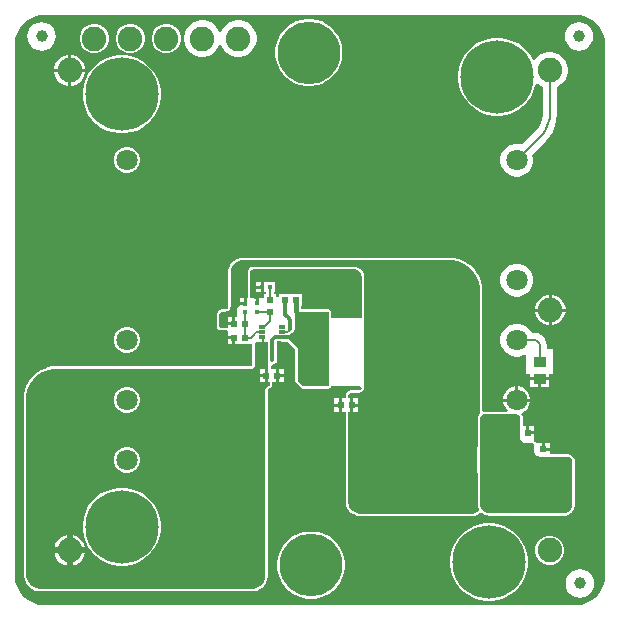
<source format=gbl>
G04*
G04 #@! TF.GenerationSoftware,Altium Limited,Altium Designer,21.6.4 (81)*
G04*
G04 Layer_Physical_Order=4*
G04 Layer_Color=16711680*
%FSLAX25Y25*%
%MOIN*%
G70*
G04*
G04 #@! TF.SameCoordinates,4529F259-1C2A-4C1D-AD44-B5440C422FEC*
G04*
G04*
G04 #@! TF.FilePolarity,Positive*
G04*
G01*
G75*
%ADD17C,0.03937*%
%ADD19C,0.08228*%
%ADD20C,0.20866*%
%ADD21C,0.06150*%
%ADD22C,0.06000*%
%ADD23C,0.07087*%
%ADD24C,0.02362*%
%ADD25C,0.00787*%
%ADD26C,0.00728*%
%ADD27C,0.01575*%
%ADD28C,0.01181*%
%ADD29R,0.04134X0.06890*%
%ADD30R,0.04134X0.03543*%
%ADD31R,0.02244X0.02441*%
%ADD32R,0.01654X0.01732*%
%ADD33C,0.24410*%
%ADD34R,0.09055X0.12992*%
%ADD35R,0.03150X0.05709*%
%ADD36R,0.02362X0.01181*%
%ADD37R,0.01181X0.06791*%
%ADD38R,0.05118X0.06496*%
%ADD39R,0.02362X0.02441*%
%ADD40R,0.01811X0.01654*%
%ADD41R,0.01654X0.01811*%
%ADD42R,0.02441X0.02362*%
%ADD43R,0.02441X0.02244*%
%ADD44C,0.01378*%
G36*
X170263Y178298D02*
X171555Y177952D01*
X172791Y177440D01*
X173950Y176771D01*
X175011Y175957D01*
X175957Y175011D01*
X176771Y173950D01*
X177440Y172791D01*
X177952Y171555D01*
X178298Y170263D01*
X178473Y168937D01*
X178473Y168268D01*
X178473Y-8110D01*
Y-8779D01*
X178298Y-10105D01*
X177952Y-11398D01*
X177440Y-12634D01*
X176771Y-13792D01*
X175957Y-14854D01*
X175011Y-15800D01*
X173950Y-16614D01*
X172791Y-17283D01*
X171555Y-17795D01*
X170263Y-18141D01*
X168937Y-18316D01*
X168268Y-18316D01*
X-8110Y-18316D01*
X-8779D01*
X-10106Y-18141D01*
X-11398Y-17795D01*
X-12634Y-17283D01*
X-13792Y-16614D01*
X-14853Y-15800D01*
X-15800Y-14853D01*
X-16614Y-13792D01*
X-17283Y-12634D01*
X-17795Y-11398D01*
X-18141Y-10106D01*
X-18316Y-8779D01*
X-18316Y-8110D01*
X-18316Y168268D01*
Y168937D01*
X-18141Y170263D01*
X-17795Y171555D01*
X-17283Y172791D01*
X-16614Y173950D01*
X-15800Y175011D01*
X-14854Y175957D01*
X-13792Y176771D01*
X-12634Y177440D01*
X-11398Y177952D01*
X-10106Y178298D01*
X-8779Y178473D01*
X-8181Y178473D01*
X-8181Y178473D01*
X168268Y178473D01*
X168937D01*
X170263Y178298D01*
D02*
G37*
%LPC*%
G36*
X56780Y176673D02*
X55582D01*
X54407Y176439D01*
X53300Y175981D01*
X52304Y175315D01*
X51456Y174468D01*
X50791Y173472D01*
X50452Y172653D01*
X49911D01*
X49571Y173472D01*
X48906Y174468D01*
X48059Y175315D01*
X47062Y175981D01*
X45955Y176439D01*
X44780Y176673D01*
X43582D01*
X42407Y176439D01*
X41300Y175981D01*
X40304Y175315D01*
X39456Y174468D01*
X38791Y173472D01*
X38332Y172365D01*
X38098Y171190D01*
Y169992D01*
X38332Y168816D01*
X38791Y167709D01*
X39456Y166713D01*
X40304Y165866D01*
X41300Y165200D01*
X42407Y164742D01*
X43582Y164508D01*
X44780D01*
X45955Y164742D01*
X47062Y165200D01*
X48059Y165866D01*
X48906Y166713D01*
X49571Y167709D01*
X49911Y168528D01*
X50452D01*
X50791Y167709D01*
X51456Y166713D01*
X52304Y165866D01*
X53300Y165200D01*
X54407Y164742D01*
X55582Y164508D01*
X56780D01*
X57955Y164742D01*
X59062Y165200D01*
X60059Y165866D01*
X60906Y166713D01*
X61572Y167709D01*
X62030Y168816D01*
X62264Y169992D01*
Y171190D01*
X62030Y172365D01*
X61572Y173472D01*
X60906Y174468D01*
X60059Y175315D01*
X59062Y175981D01*
X57955Y176439D01*
X56780Y176673D01*
D02*
G37*
G36*
X169744Y176084D02*
X168511Y175922D01*
X167361Y175446D01*
X166375Y174688D01*
X165617Y173702D01*
X165141Y172552D01*
X164979Y171319D01*
X165141Y170086D01*
X165617Y168936D01*
X166375Y167949D01*
X167361Y167192D01*
X168511Y166716D01*
X169744Y166554D01*
X170977Y166716D01*
X172127Y167192D01*
X173114Y167949D01*
X173871Y168936D01*
X174347Y170086D01*
X174509Y171319D01*
X174347Y172552D01*
X173871Y173702D01*
X173114Y174688D01*
X172127Y175446D01*
X170977Y175922D01*
X169744Y176084D01*
D02*
G37*
G36*
X-9390D02*
X-10623Y175922D01*
X-11772Y175446D01*
X-12759Y174688D01*
X-13517Y173702D01*
X-13993Y172552D01*
X-14155Y171319D01*
X-13993Y170086D01*
X-13517Y168936D01*
X-12759Y167949D01*
X-11772Y167192D01*
X-10623Y166716D01*
X-9390Y166554D01*
X-8156Y166716D01*
X-7007Y167192D01*
X-6020Y167949D01*
X-5263Y168936D01*
X-4787Y170086D01*
X-4625Y171319D01*
X-4787Y172552D01*
X-5263Y173702D01*
X-6020Y174688D01*
X-7007Y175446D01*
X-8156Y175922D01*
X-9390Y176084D01*
D02*
G37*
G36*
X32826Y175492D02*
X31536D01*
X30289Y175158D01*
X29171Y174513D01*
X28259Y173600D01*
X27614Y172483D01*
X27279Y171236D01*
Y169945D01*
X27614Y168699D01*
X28259Y167581D01*
X29171Y166668D01*
X30289Y166023D01*
X31536Y165689D01*
X32826D01*
X34073Y166023D01*
X35191Y166668D01*
X36103Y167581D01*
X36749Y168699D01*
X37083Y169945D01*
Y171236D01*
X36749Y172483D01*
X36103Y173600D01*
X35191Y174513D01*
X34073Y175158D01*
X32826Y175492D01*
D02*
G37*
G36*
X20826D02*
X19536D01*
X18289Y175158D01*
X17172Y174513D01*
X16259Y173600D01*
X15614Y172483D01*
X15280Y171236D01*
Y169945D01*
X15614Y168699D01*
X16259Y167581D01*
X17172Y166668D01*
X18289Y166023D01*
X19536Y165689D01*
X20826D01*
X22073Y166023D01*
X23191Y166668D01*
X24103Y167581D01*
X24749Y168699D01*
X25083Y169945D01*
Y171236D01*
X24749Y172483D01*
X24103Y173600D01*
X23191Y174513D01*
X22073Y175158D01*
X20826Y175492D01*
D02*
G37*
G36*
X8826D02*
X7536D01*
X6289Y175158D01*
X5172Y174513D01*
X4259Y173600D01*
X3614Y172483D01*
X3280Y171236D01*
Y169945D01*
X3614Y168699D01*
X4259Y167581D01*
X5172Y166668D01*
X6289Y166023D01*
X7536Y165689D01*
X8826D01*
X10073Y166023D01*
X11191Y166668D01*
X12103Y167581D01*
X12749Y168699D01*
X13083Y169945D01*
Y171236D01*
X12749Y172483D01*
X12103Y173600D01*
X11191Y174513D01*
X10073Y175158D01*
X8826Y175492D01*
D02*
G37*
G36*
X673Y165114D02*
X500D01*
Y160500D01*
X5114D01*
Y160673D01*
X4766Y161974D01*
X4092Y163140D01*
X3140Y164092D01*
X1974Y164766D01*
X673Y165114D01*
D02*
G37*
G36*
X-500D02*
X-673D01*
X-1974Y164766D01*
X-3140Y164092D01*
X-4092Y163140D01*
X-4766Y161974D01*
X-5114Y160673D01*
Y160500D01*
X-500D01*
Y165114D01*
D02*
G37*
G36*
X5114Y159500D02*
X500D01*
Y154886D01*
X673D01*
X1974Y155234D01*
X3140Y155908D01*
X4092Y156860D01*
X4766Y158026D01*
X5114Y159327D01*
Y159500D01*
D02*
G37*
G36*
X-500D02*
X-5114D01*
Y159327D01*
X-4766Y158026D01*
X-4092Y156860D01*
X-3140Y155908D01*
X-1974Y155234D01*
X-673Y154886D01*
X-500D01*
Y159500D01*
D02*
G37*
G36*
X80568Y177126D02*
X78802D01*
X77058Y176850D01*
X75378Y176304D01*
X73804Y175502D01*
X72375Y174464D01*
X71127Y173215D01*
X70088Y171786D01*
X69287Y170213D01*
X68741Y168533D01*
X68465Y166789D01*
Y165022D01*
X68741Y163278D01*
X69287Y161598D01*
X70088Y160025D01*
X71127Y158596D01*
X72375Y157347D01*
X73804Y156309D01*
X75378Y155507D01*
X77058Y154961D01*
X78802Y154685D01*
X80568D01*
X82313Y154961D01*
X83992Y155507D01*
X85566Y156309D01*
X86995Y157347D01*
X88244Y158596D01*
X89282Y160025D01*
X90083Y161598D01*
X90629Y163278D01*
X90905Y165022D01*
Y166789D01*
X90629Y168533D01*
X90083Y170213D01*
X89282Y171786D01*
X88244Y173215D01*
X86995Y174464D01*
X85566Y175502D01*
X83992Y176304D01*
X82313Y176850D01*
X80568Y177126D01*
D02*
G37*
G36*
X18345Y164961D02*
X16300D01*
X14280Y164641D01*
X12336Y164009D01*
X10514Y163080D01*
X8859Y161878D01*
X7413Y160432D01*
X6211Y158778D01*
X5283Y156956D01*
X4651Y155011D01*
X4331Y152991D01*
Y150946D01*
X4651Y148926D01*
X5283Y146981D01*
X6211Y145159D01*
X7413Y143505D01*
X8859Y142059D01*
X10514Y140857D01*
X12336Y139928D01*
X14280Y139296D01*
X16300Y138976D01*
X18345D01*
X20365Y139296D01*
X22310Y139928D01*
X24132Y140857D01*
X25787Y142059D01*
X27233Y143505D01*
X28435Y145159D01*
X29363Y146981D01*
X29995Y148926D01*
X30315Y150946D01*
Y152991D01*
X29995Y155011D01*
X29363Y156956D01*
X28435Y158778D01*
X27233Y160432D01*
X25787Y161878D01*
X24132Y163080D01*
X22310Y164009D01*
X20365Y164641D01*
X18345Y164961D01*
D02*
G37*
G36*
X143542Y170866D02*
X141497D01*
X139477Y170546D01*
X137532Y169914D01*
X135710Y168986D01*
X134056Y167784D01*
X132610Y166338D01*
X131408Y164683D01*
X130479Y162861D01*
X129848Y160916D01*
X129528Y158897D01*
Y156851D01*
X129848Y154832D01*
X130479Y152887D01*
X131408Y151065D01*
X132610Y149410D01*
X134056Y147964D01*
X135710Y146762D01*
X137532Y145834D01*
X139477Y145202D01*
X141497Y144882D01*
X143542D01*
X145562Y145202D01*
X147507Y145834D01*
X149329Y146762D01*
X150984Y147964D01*
X152429Y149410D01*
X153631Y151065D01*
X154560Y152887D01*
X155192Y154832D01*
X155294Y155474D01*
X155769Y155629D01*
X156123Y155275D01*
X157119Y154610D01*
X157622Y154401D01*
Y145205D01*
X157643Y145096D01*
X157507Y143712D01*
X157072Y142276D01*
X156364Y140953D01*
X155482Y139878D01*
X155389Y139816D01*
X150863Y135290D01*
X149741Y135591D01*
X148290D01*
X146888Y135215D01*
X145631Y134489D01*
X144605Y133463D01*
X143880Y132206D01*
X143504Y130804D01*
Y129353D01*
X143880Y127951D01*
X144605Y126694D01*
X145631Y125668D01*
X146888Y124943D01*
X148290Y124567D01*
X149741D01*
X151143Y124943D01*
X152400Y125668D01*
X153426Y126694D01*
X154152Y127951D01*
X154527Y129353D01*
Y130804D01*
X154227Y131926D01*
X158753Y136452D01*
X158789Y136506D01*
X160008Y137934D01*
X161022Y139589D01*
X161765Y141382D01*
X162218Y143270D01*
X162366Y145142D01*
X162378Y145205D01*
Y154401D01*
X162881Y154610D01*
X163877Y155275D01*
X164725Y156123D01*
X165390Y157119D01*
X165849Y158226D01*
X166083Y159401D01*
Y160599D01*
X165849Y161774D01*
X165390Y162881D01*
X164725Y163877D01*
X163877Y164725D01*
X162881Y165390D01*
X161774Y165849D01*
X160599Y166083D01*
X159401D01*
X158226Y165849D01*
X157119Y165390D01*
X156123Y164725D01*
X155275Y163877D01*
X154894Y163307D01*
X154315Y163341D01*
X153631Y164683D01*
X152429Y166338D01*
X150984Y167784D01*
X149329Y168986D01*
X147507Y169914D01*
X145562Y170546D01*
X143542Y170866D01*
D02*
G37*
G36*
X19586Y134409D02*
X18446D01*
X17344Y134114D01*
X16357Y133544D01*
X15550Y132738D01*
X14980Y131750D01*
X14685Y130649D01*
Y129509D01*
X14980Y128407D01*
X15550Y127420D01*
X16357Y126613D01*
X17344Y126043D01*
X18446Y125748D01*
X19586D01*
X20687Y126043D01*
X21675Y126613D01*
X22481Y127420D01*
X23051Y128407D01*
X23346Y129509D01*
Y130649D01*
X23051Y131750D01*
X22481Y132738D01*
X21675Y133544D01*
X20687Y134114D01*
X19586Y134409D01*
D02*
G37*
G36*
X149741Y95591D02*
X148290D01*
X146888Y95215D01*
X145631Y94489D01*
X144605Y93463D01*
X143880Y92206D01*
X143504Y90804D01*
Y89353D01*
X143880Y87951D01*
X144605Y86694D01*
X145631Y85668D01*
X146888Y84943D01*
X148290Y84567D01*
X149741D01*
X151143Y84943D01*
X152400Y85668D01*
X153426Y86694D01*
X154152Y87951D01*
X154527Y89353D01*
Y90804D01*
X154152Y92206D01*
X153426Y93463D01*
X152400Y94489D01*
X151143Y95215D01*
X149741Y95591D01*
D02*
G37*
G36*
X160831Y85193D02*
X160658D01*
Y80579D01*
X165272D01*
Y80752D01*
X164923Y82053D01*
X164250Y83219D01*
X163298Y84171D01*
X162132Y84844D01*
X160831Y85193D01*
D02*
G37*
G36*
X159658D02*
X159484D01*
X158184Y84844D01*
X157017Y84171D01*
X156065Y83219D01*
X155392Y82053D01*
X155043Y80752D01*
Y80579D01*
X159658D01*
Y85193D01*
D02*
G37*
G36*
X57579Y97456D02*
X57579Y97456D01*
X57189D01*
X57112Y97441D01*
X57032D01*
X56268Y97289D01*
X56195Y97259D01*
X56117Y97243D01*
X55397Y96945D01*
X55332Y96901D01*
X55259Y96871D01*
X54611Y96438D01*
X54555Y96382D01*
X54489Y96338D01*
X53938Y95787D01*
X53894Y95721D01*
X53838Y95665D01*
X53405Y95017D01*
X53375Y94944D01*
X53331Y94878D01*
X53032Y94158D01*
X53017Y94081D01*
X52987Y94008D01*
X52835Y93243D01*
Y93164D01*
X52819Y93086D01*
Y81437D01*
X52800Y81242D01*
X52636Y80846D01*
X52362Y80572D01*
X51967Y80409D01*
X51772Y80389D01*
X51142D01*
X51142Y80389D01*
X50895Y80389D01*
X50588Y80328D01*
X50588Y80328D01*
X50132Y80139D01*
X50132Y80139D01*
X49872Y79966D01*
X49872Y79965D01*
X49523Y79617D01*
X49349Y79356D01*
X49349Y79356D01*
X49160Y78900D01*
X49099Y78593D01*
X49099Y78346D01*
Y74803D01*
X49099Y74690D01*
X49160Y74382D01*
X49160Y74382D01*
X49247Y74173D01*
X49421Y73912D01*
X49581Y73751D01*
X49842Y73577D01*
X50052Y73491D01*
X50359Y73429D01*
X50472Y73430D01*
X52240D01*
X52622Y73146D01*
Y71425D01*
X54744D01*
Y70925D01*
X55244D01*
Y68705D01*
X56866D01*
Y68917D01*
X60001D01*
X60383Y68917D01*
X60728Y68781D01*
X60831Y68609D01*
X60831Y68609D01*
X60831Y68525D01*
X60831Y68327D01*
Y61836D01*
X60822Y61747D01*
X60740Y61548D01*
X60617Y61425D01*
X60419Y61343D01*
X60330Y61334D01*
X-4468D01*
X-4469Y61334D01*
X-5453Y61334D01*
X-5531Y61319D01*
X-5610D01*
X-7542Y60935D01*
X-7615Y60904D01*
X-7693Y60889D01*
X-9512Y60135D01*
X-9578Y60091D01*
X-9651Y60061D01*
X-11289Y58966D01*
X-11345Y58911D01*
X-11411Y58867D01*
X-12804Y57474D01*
X-12848Y57408D01*
X-12904Y57352D01*
X-13998Y55714D01*
X-14028Y55641D01*
X-14072Y55576D01*
X-14826Y53756D01*
X-14841Y53678D01*
X-14872Y53605D01*
X-15256Y51673D01*
Y51594D01*
X-15271Y51516D01*
Y50532D01*
Y-7972D01*
X-15271Y-8457D01*
X-15256Y-8535D01*
Y-8614D01*
X-15067Y-9565D01*
X-15037Y-9638D01*
X-15021Y-9715D01*
X-14650Y-10611D01*
X-14606Y-10677D01*
X-14576Y-10750D01*
X-14037Y-11556D01*
X-13982Y-11611D01*
X-13938Y-11677D01*
X-13252Y-12363D01*
X-13186Y-12407D01*
X-13130Y-12463D01*
X-12324Y-13001D01*
X-12251Y-13031D01*
X-12186Y-13075D01*
X-11290Y-13446D01*
X-11212Y-13462D01*
X-11139Y-13492D01*
X-10189Y-13681D01*
X-10109D01*
X-10032Y-13697D01*
X-9547Y-13697D01*
X60630Y-13697D01*
X61082D01*
X61159Y-13681D01*
X61238D01*
X62124Y-13505D01*
X62197Y-13475D01*
X62275Y-13459D01*
X63110Y-13113D01*
X63175Y-13070D01*
X63248Y-13039D01*
X64000Y-12537D01*
X64056Y-12481D01*
X64121Y-12437D01*
X64760Y-11799D01*
X64804Y-11733D01*
X64860Y-11677D01*
X65362Y-10926D01*
X65392Y-10853D01*
X65436Y-10787D01*
X65782Y-9952D01*
X65797Y-9875D01*
X65828Y-9802D01*
X66004Y-8916D01*
Y-8836D01*
X66019Y-8759D01*
Y-8307D01*
Y53661D01*
X66023Y53696D01*
X66063Y53793D01*
X66109Y53839D01*
X66206Y53879D01*
X66280Y53886D01*
X66318Y53898D01*
X66358Y53898D01*
X66358Y53898D01*
X66405Y53917D01*
X66455Y53923D01*
X66480Y53938D01*
X66508Y53943D01*
X66529Y53957D01*
X66554Y53964D01*
X67001Y54183D01*
X67106Y54263D01*
X67216Y54337D01*
X67236Y54356D01*
X67244Y54368D01*
X67251Y54373D01*
X67273Y54412D01*
X67410Y54617D01*
X67494Y54819D01*
X67494Y54819D01*
X67494Y54819D01*
X67526Y54984D01*
X67555Y55127D01*
X67555Y55127D01*
X67555Y55127D01*
X67555Y55236D01*
Y56008D01*
X68693D01*
Y58228D01*
Y60449D01*
X67462D01*
X67320Y60502D01*
X67007Y60746D01*
X67004Y60945D01*
Y61562D01*
X67390Y61879D01*
X67579Y61841D01*
X68155Y61956D01*
X68643Y62282D01*
X68970Y62770D01*
X69084Y63346D01*
Y66348D01*
X68970Y66925D01*
X68957Y66944D01*
Y69744D01*
X70183D01*
X70349Y69633D01*
X70925Y69518D01*
X72786D01*
X75240Y67064D01*
Y56521D01*
X75240Y56521D01*
X75302Y56214D01*
X75476Y55953D01*
X75476Y55953D01*
X77311Y54117D01*
X77311Y54117D01*
X77572Y53943D01*
X77879Y53882D01*
X86279D01*
X86587Y53943D01*
X86847Y54117D01*
X87021Y54378D01*
X87082Y54685D01*
X96788D01*
X97288Y54185D01*
Y54173D01*
X97273Y54026D01*
X97146Y53719D01*
X96940Y53513D01*
X96634Y53386D01*
X96486Y53372D01*
X93996D01*
X93996Y53372D01*
X93753Y53372D01*
X93446Y53311D01*
X93446Y53311D01*
X92997Y53125D01*
X92997Y53125D01*
X92737Y52951D01*
X92394Y52607D01*
X92220Y52347D01*
X92220Y52347D01*
X92034Y51898D01*
X91973Y51591D01*
X91973Y51348D01*
Y50606D01*
X90874D01*
Y48386D01*
Y46165D01*
X91973D01*
Y16437D01*
Y16020D01*
X91988Y15943D01*
Y15864D01*
X92151Y15046D01*
X92181Y14973D01*
X92197Y14895D01*
X92516Y14125D01*
X92559Y14059D01*
X92590Y13986D01*
X93053Y13293D01*
X93109Y13237D01*
X93153Y13171D01*
X93742Y12582D01*
X93808Y12538D01*
X93864Y12482D01*
X94557Y12019D01*
X94630Y11989D01*
X94696Y11945D01*
X95466Y11626D01*
X95544Y11610D01*
X95617Y11580D01*
X96434Y11417D01*
X96513D01*
X96591Y11402D01*
X134153D01*
X134469Y11402D01*
X134563Y11420D01*
X134658Y11424D01*
X135272Y11573D01*
X135359Y11612D01*
X135450Y11638D01*
X136013Y11927D01*
X136088Y11986D01*
X136170Y12033D01*
X136650Y12445D01*
X136675Y12478D01*
X136852Y12591D01*
X137238Y12622D01*
X137417Y12443D01*
X137483Y12399D01*
X137539Y12343D01*
X138087Y11977D01*
X138160Y11947D01*
X138226Y11903D01*
X138835Y11651D01*
X138912Y11635D01*
X138985Y11605D01*
X139632Y11476D01*
X139711D01*
X139788Y11461D01*
X140118Y11461D01*
X164828D01*
X164906Y11476D01*
X164985D01*
X165574Y11594D01*
X165647Y11624D01*
X165725Y11639D01*
X166280Y11869D01*
X166346Y11913D01*
X166419Y11943D01*
X166919Y12277D01*
X166974Y12333D01*
X167040Y12377D01*
X167465Y12802D01*
X167509Y12868D01*
X167565Y12924D01*
X167899Y13424D01*
X167929Y13497D01*
X167973Y13563D01*
X168203Y14118D01*
X168219Y14195D01*
X168249Y14268D01*
X168366Y14858D01*
Y14937D01*
X168382Y15014D01*
Y29193D01*
X168382Y29193D01*
Y29193D01*
X168378Y29211D01*
X168381Y29230D01*
X168360Y29691D01*
X168327Y29826D01*
X168299Y29962D01*
X168006Y30671D01*
X167832Y30931D01*
X167832Y30931D01*
X167250Y31513D01*
X166990Y31687D01*
X166230Y32002D01*
X165923Y32063D01*
X165512Y32063D01*
X160055Y32063D01*
Y33201D01*
X157835D01*
Y33701D01*
X157335D01*
Y35882D01*
X155614D01*
Y35882D01*
X155182Y36046D01*
X155023Y36205D01*
X154762Y36379D01*
X154680Y36413D01*
X154780Y36913D01*
X154819D01*
Y38634D01*
X152638D01*
Y39134D01*
X152138D01*
Y41354D01*
X151000D01*
Y44219D01*
X150939Y44526D01*
X150708Y45083D01*
X150579Y45276D01*
X150658Y45806D01*
X150660Y45816D01*
X150769Y45845D01*
X151805Y46443D01*
X152651Y47289D01*
X153249Y48325D01*
X153559Y49481D01*
Y49579D01*
X149016D01*
X144473D01*
Y49481D01*
X144782Y48325D01*
X145380Y47289D01*
X145933Y46736D01*
X145726Y46236D01*
X138445D01*
X138445Y46236D01*
X138112Y46236D01*
X137976Y46209D01*
X137484Y46506D01*
X137476Y46514D01*
X137476Y86654D01*
X137476Y86654D01*
X137476Y87638D01*
X137461Y87716D01*
Y87795D01*
X137076Y89727D01*
X137046Y89800D01*
X137031Y89878D01*
X136277Y91698D01*
X136233Y91763D01*
X136203Y91836D01*
X135108Y93474D01*
X135052Y93530D01*
X135008Y93596D01*
X133616Y94989D01*
X133550Y95033D01*
X133494Y95089D01*
X131856Y96183D01*
X131783Y96213D01*
X131717Y96257D01*
X129897Y97011D01*
X129820Y97026D01*
X129747Y97057D01*
X127815Y97441D01*
X127736D01*
X127658Y97456D01*
X126673Y97456D01*
X57579Y97456D01*
D02*
G37*
G36*
X165272Y79579D02*
X160658D01*
Y74965D01*
X160831D01*
X162132Y75313D01*
X163298Y75986D01*
X164250Y76939D01*
X164923Y78105D01*
X165272Y79405D01*
Y79579D01*
D02*
G37*
G36*
X159658D02*
X155043D01*
Y79405D01*
X155392Y78105D01*
X156065Y76939D01*
X157017Y75986D01*
X158184Y75313D01*
X159484Y74965D01*
X159658D01*
Y79579D01*
D02*
G37*
G36*
X54244Y70425D02*
X52622D01*
Y68705D01*
X54244D01*
Y70425D01*
D02*
G37*
G36*
X19586Y74409D02*
X18446D01*
X17344Y74114D01*
X16357Y73544D01*
X15550Y72738D01*
X14980Y71750D01*
X14685Y70649D01*
Y69509D01*
X14980Y68407D01*
X15550Y67420D01*
X16357Y66613D01*
X17344Y66043D01*
X18446Y65748D01*
X19586D01*
X20687Y66043D01*
X21675Y66613D01*
X22481Y67420D01*
X23051Y68407D01*
X23346Y69509D01*
Y70649D01*
X23051Y71750D01*
X22481Y72738D01*
X21675Y73544D01*
X20687Y74114D01*
X19586Y74409D01*
D02*
G37*
G36*
X71374Y60449D02*
X69693D01*
Y58728D01*
X71374D01*
Y60449D01*
D02*
G37*
G36*
X149741Y75590D02*
X148290D01*
X146888Y75215D01*
X145631Y74489D01*
X144605Y73463D01*
X143880Y72206D01*
X143504Y70804D01*
Y69353D01*
X143880Y67951D01*
X144605Y66694D01*
X145631Y65668D01*
X146888Y64943D01*
X148290Y64567D01*
X149741D01*
X151143Y64943D01*
X151791Y65317D01*
X152224Y65067D01*
Y58720D01*
X153587D01*
Y57646D01*
X159721D01*
Y58720D01*
X161083D01*
Y66988D01*
X159062D01*
Y68366D01*
X159029Y68532D01*
X158911Y69430D01*
X158500Y70421D01*
X157847Y71272D01*
X156996Y71925D01*
X156005Y72336D01*
X155106Y72454D01*
X154941Y72487D01*
X153990D01*
X153426Y73463D01*
X152400Y74489D01*
X151143Y75215D01*
X149741Y75590D01*
D02*
G37*
G36*
X71374Y57728D02*
X69693D01*
Y56008D01*
X71374D01*
Y57728D01*
D02*
G37*
G36*
X159721Y56646D02*
X157153D01*
Y54374D01*
X159721D01*
Y56646D01*
D02*
G37*
G36*
X156154D02*
X153587D01*
Y54374D01*
X156154D01*
Y56646D01*
D02*
G37*
G36*
X149614Y54622D02*
X149516D01*
Y50579D01*
X153559D01*
Y50677D01*
X153249Y51832D01*
X152651Y52868D01*
X151805Y53714D01*
X150769Y54312D01*
X149614Y54622D01*
D02*
G37*
G36*
X148516D02*
X148418D01*
X147262Y54312D01*
X146226Y53714D01*
X145380Y52868D01*
X144782Y51832D01*
X144473Y50677D01*
Y50579D01*
X148516D01*
Y54622D01*
D02*
G37*
G36*
X89874Y50606D02*
X88193D01*
Y48886D01*
X89874D01*
Y50606D01*
D02*
G37*
G36*
Y47886D02*
X88193D01*
Y46165D01*
X89874D01*
Y47886D01*
D02*
G37*
G36*
X154819Y41354D02*
X153138D01*
Y39634D01*
X154819D01*
Y41354D01*
D02*
G37*
G36*
X160055Y35882D02*
X158335D01*
Y34201D01*
X160055D01*
Y35882D01*
D02*
G37*
G36*
X160645Y4902D02*
X159355D01*
X158108Y4567D01*
X156990Y3922D01*
X156078Y3010D01*
X155432Y1892D01*
X155098Y645D01*
Y-645D01*
X155432Y-1892D01*
X156078Y-3010D01*
X156990Y-3922D01*
X158108Y-4567D01*
X159355Y-4902D01*
X160645D01*
X161892Y-4567D01*
X163010Y-3922D01*
X163922Y-3010D01*
X164567Y-1892D01*
X164902Y-645D01*
Y645D01*
X164567Y1892D01*
X163922Y3010D01*
X163010Y3922D01*
X161892Y4567D01*
X160645Y4902D01*
D02*
G37*
G36*
X170039Y-6298D02*
X168806Y-6460D01*
X167657Y-6936D01*
X166670Y-7694D01*
X165913Y-8680D01*
X165437Y-9830D01*
X165274Y-11063D01*
X165437Y-12296D01*
X165913Y-13446D01*
X166670Y-14433D01*
X167657Y-15190D01*
X168806Y-15666D01*
X170039Y-15828D01*
X171273Y-15666D01*
X172422Y-15190D01*
X173409Y-14433D01*
X174166Y-13446D01*
X174642Y-12296D01*
X174804Y-11063D01*
X174642Y-9830D01*
X174166Y-8680D01*
X173409Y-7694D01*
X172422Y-6936D01*
X171273Y-6460D01*
X170039Y-6298D01*
D02*
G37*
G36*
X81356Y6260D02*
X79589D01*
X77845Y5984D01*
X76165Y5438D01*
X74592Y4636D01*
X73163Y3598D01*
X71914Y2349D01*
X70876Y920D01*
X70074Y-654D01*
X69528Y-2333D01*
X69252Y-4078D01*
Y-5844D01*
X69528Y-7588D01*
X70074Y-9268D01*
X70876Y-10841D01*
X71914Y-12270D01*
X73163Y-13519D01*
X74592Y-14557D01*
X76165Y-15359D01*
X77845Y-15905D01*
X79589Y-16181D01*
X81356D01*
X83100Y-15905D01*
X84780Y-15359D01*
X86353Y-14557D01*
X87782Y-13519D01*
X89031Y-12270D01*
X90069Y-10841D01*
X90871Y-9268D01*
X91417Y-7588D01*
X91693Y-5844D01*
Y-4078D01*
X91417Y-2333D01*
X90871Y-654D01*
X90069Y920D01*
X89031Y2349D01*
X87782Y3598D01*
X86353Y4636D01*
X84780Y5438D01*
X83100Y5984D01*
X81356Y6260D01*
D02*
G37*
G36*
X140786Y9055D02*
X138741D01*
X136722Y8735D01*
X134776Y8103D01*
X132954Y7175D01*
X131300Y5973D01*
X129854Y4527D01*
X128652Y2872D01*
X127724Y1050D01*
X127092Y-895D01*
X126772Y-2915D01*
Y-4959D01*
X127092Y-6979D01*
X127724Y-8924D01*
X128652Y-10746D01*
X129854Y-12401D01*
X131300Y-13847D01*
X132954Y-15049D01*
X134776Y-15977D01*
X136722Y-16609D01*
X138741Y-16929D01*
X140786D01*
X142806Y-16609D01*
X144751Y-15977D01*
X146573Y-15049D01*
X148228Y-13847D01*
X149674Y-12401D01*
X150876Y-10746D01*
X151804Y-8924D01*
X152436Y-6979D01*
X152756Y-4959D01*
Y-2915D01*
X152436Y-895D01*
X151804Y1050D01*
X150876Y2872D01*
X149674Y4527D01*
X148228Y5973D01*
X146573Y7175D01*
X144751Y8103D01*
X142806Y8735D01*
X140786Y9055D01*
D02*
G37*
%LPD*%
G36*
X94743Y93770D02*
X94792Y93761D01*
X94792D01*
X94792Y93761D01*
X95300Y93660D01*
X95806Y93450D01*
X96262Y93145D01*
X96649Y92758D01*
X96954Y92302D01*
X97163Y91796D01*
X97274Y91239D01*
X97288Y90965D01*
X97288Y77520D01*
X87082D01*
Y79488D01*
X87021Y79795D01*
X86847Y80056D01*
X86587Y80230D01*
X86279Y80291D01*
X76960Y80291D01*
Y81358D01*
X77323D01*
Y85374D01*
X69764D01*
Y84557D01*
X69120Y84532D01*
X68760Y84879D01*
Y85276D01*
X67956D01*
Y86142D01*
X68445D01*
Y89370D01*
X66059D01*
Y89583D01*
X64654D01*
Y87756D01*
Y85929D01*
X65548D01*
Y85276D01*
X64744D01*
Y84234D01*
X64287Y84130D01*
Y84130D01*
X62961D01*
Y82264D01*
X61961D01*
Y84130D01*
X60634D01*
X60634Y84130D01*
Y84130D01*
X60153Y84177D01*
Y92677D01*
X60174Y92884D01*
X60346Y93301D01*
X60636Y93591D01*
X61053Y93763D01*
X61260Y93784D01*
X94468D01*
X94743Y93770D01*
D02*
G37*
G36*
X66201Y66944D02*
X66188Y66925D01*
X66074Y66348D01*
Y63346D01*
X66188Y62770D01*
X66201Y62751D01*
Y60748D01*
X66071Y60653D01*
Y58228D01*
Y56008D01*
X66752D01*
Y55236D01*
X66752Y55127D01*
X66668Y54924D01*
X66648Y54904D01*
X66201Y54685D01*
X66201Y54685D01*
X66201Y54685D01*
Y54685D01*
X66009Y54666D01*
X65654Y54519D01*
X65382Y54248D01*
X65236Y53893D01*
X65216Y53701D01*
Y-8307D01*
Y-8759D01*
X65040Y-9645D01*
X64694Y-10480D01*
X64193Y-11231D01*
X63554Y-11870D01*
X62802Y-12372D01*
X61968Y-12717D01*
X61082Y-12894D01*
X60630D01*
X-9547Y-12894D01*
X-10032Y-12894D01*
X-10983Y-12705D01*
X-11878Y-12334D01*
X-12684Y-11795D01*
X-13370Y-11110D01*
X-13908Y-10304D01*
X-14279Y-9408D01*
X-14469Y-8457D01*
X-14469Y-7972D01*
Y50532D01*
Y51516D01*
X-14084Y53448D01*
X-13330Y55268D01*
X-12236Y56906D01*
X-10843Y58299D01*
X-9205Y59393D01*
X-7385Y60147D01*
X-5453Y60532D01*
X-4468Y60531D01*
X-4468Y60532D01*
X60369D01*
X60616Y60556D01*
X61072Y60745D01*
X61421Y61094D01*
X61610Y61550D01*
X61634Y61796D01*
Y68327D01*
X61634Y68609D01*
X61850Y69130D01*
X62153Y69433D01*
X63774D01*
Y66939D01*
X63835Y66632D01*
X64009Y66371D01*
X64270Y66197D01*
X64577Y66136D01*
X64884Y66197D01*
X65144Y66371D01*
X65319Y66632D01*
X65380Y66939D01*
Y69433D01*
X66201D01*
Y66944D01*
D02*
G37*
G36*
X86279Y79488D02*
Y54685D01*
X77879D01*
X76043Y56521D01*
Y67396D01*
X73106Y70333D01*
Y70524D01*
X70925D01*
Y71524D01*
X73106D01*
Y71614D01*
X73189D01*
X74050Y72475D01*
X74081Y72482D01*
X74537Y72786D01*
X74841Y73242D01*
X74847Y73273D01*
X74961Y73386D01*
Y76772D01*
X74967D01*
X74961Y76802D01*
Y78799D01*
X75650Y79488D01*
X86279Y79488D01*
D02*
G37*
G36*
X126673Y96653D02*
X127658Y96653D01*
X129590Y96269D01*
X131410Y95515D01*
X133048Y94421D01*
X134441Y93028D01*
X135535Y91390D01*
X136289Y89570D01*
X136673Y87638D01*
X136673Y86654D01*
X136673D01*
X136673Y86654D01*
X136673Y45490D01*
X136459Y45275D01*
X136285Y45015D01*
X136030Y44400D01*
X135969Y44093D01*
X135969Y43760D01*
Y34311D01*
X135886D01*
Y25846D01*
X135969D01*
Y15610D01*
X135969Y15281D01*
X135984Y15203D01*
Y15124D01*
X136113Y14478D01*
X136143Y14404D01*
X136159Y14327D01*
X136411Y13718D01*
X136455Y13652D01*
X136485Y13579D01*
X136494Y13565D01*
X136126Y13054D01*
X135647Y12641D01*
X135084Y12353D01*
X134470Y12205D01*
X134153Y12205D01*
X96591D01*
X95773Y12367D01*
X95003Y12686D01*
X94310Y13150D01*
X93721Y13739D01*
X93257Y14432D01*
X92938Y15202D01*
X92776Y16020D01*
Y16437D01*
Y46165D01*
X93496D01*
Y48386D01*
Y50606D01*
X92776D01*
Y51348D01*
X92776Y51591D01*
X92961Y52040D01*
X93305Y52383D01*
X93753Y52569D01*
X93996Y52569D01*
X93996Y52569D01*
X96526D01*
X96831Y52599D01*
X97395Y52833D01*
X97827Y53264D01*
X98061Y53829D01*
X98090Y54134D01*
X98091Y54685D01*
X98091Y54685D01*
X98090Y54685D01*
Y77520D01*
X98090D01*
X98090Y90984D01*
X98073Y91337D01*
X97935Y92030D01*
X97665Y92682D01*
X97273Y93270D01*
X96773Y93769D01*
X96186Y94161D01*
X95534Y94432D01*
X94949Y94548D01*
X94841Y94569D01*
X94488Y94587D01*
X94488Y94587D01*
X94488Y94587D01*
X94488Y94587D01*
X61221D01*
X60856Y94551D01*
X60181Y94271D01*
X59666Y93756D01*
X59386Y93081D01*
X59350Y92716D01*
Y84091D01*
X59024D01*
Y82185D01*
X58524D01*
Y81685D01*
X56697D01*
Y81279D01*
X56693D01*
X56532Y81264D01*
X56234Y81140D01*
X56006Y80912D01*
X55882Y80614D01*
X55866Y80453D01*
Y77673D01*
X55244D01*
Y75453D01*
X54744D01*
Y74953D01*
X52622D01*
Y74232D01*
X50472D01*
X50359Y74232D01*
X50149Y74319D01*
X49988Y74480D01*
X49902Y74690D01*
X49902Y74803D01*
Y78347D01*
X49902Y78593D01*
X50090Y79049D01*
X50439Y79398D01*
X50895Y79587D01*
X51142Y79587D01*
X51142Y79587D01*
X51811D01*
X52164Y79621D01*
X52817Y79892D01*
X53317Y80392D01*
X53587Y81044D01*
X53622Y81398D01*
X53622Y81398D01*
Y93086D01*
X53774Y93851D01*
X54072Y94571D01*
X54505Y95219D01*
X55057Y95770D01*
X55704Y96203D01*
X56425Y96501D01*
X57189Y96653D01*
X57579D01*
X57579Y96653D01*
X126673Y96653D01*
D02*
G37*
G36*
X149540Y45202D02*
X149966Y44776D01*
X150197Y44219D01*
Y37520D01*
X150230Y37182D01*
X150489Y36557D01*
X150967Y36079D01*
X151591Y35821D01*
X151929Y35787D01*
X153898Y35787D01*
X154093Y35787D01*
X154455Y35638D01*
X154732Y35361D01*
X154774Y35259D01*
X154882Y34803D01*
Y34803D01*
X154882D01*
X154882Y34803D01*
Y33130D01*
X154918Y32765D01*
X155197Y32091D01*
X155713Y31575D01*
X156387Y31296D01*
X156752Y31260D01*
X165512Y31260D01*
X165923Y31260D01*
X166683Y30945D01*
X167264Y30364D01*
X167558Y29654D01*
X167579Y29193D01*
Y29193D01*
X167579D01*
X167579Y29193D01*
Y15014D01*
X167462Y14425D01*
X167232Y13870D01*
X166898Y13370D01*
X166473Y12945D01*
X165973Y12611D01*
X165418Y12381D01*
X164828Y12264D01*
X140118D01*
X139788Y12264D01*
X139142Y12392D01*
X138533Y12645D01*
X137985Y13011D01*
X137519Y13477D01*
X137153Y14025D01*
X136900Y14634D01*
X136772Y15281D01*
X136772Y15610D01*
Y43760D01*
X136772Y44093D01*
X137026Y44708D01*
X137497Y45178D01*
X138112Y45433D01*
X138445Y45433D01*
X138445Y45433D01*
X148983D01*
X149540Y45202D01*
D02*
G37*
%LPC*%
G36*
X63654Y89583D02*
X62248D01*
Y88256D01*
X63654D01*
Y89583D01*
D02*
G37*
G36*
Y87256D02*
X62248D01*
Y85929D01*
X63654D01*
Y87256D01*
D02*
G37*
G36*
X65071Y60449D02*
X63390D01*
Y58728D01*
X65071D01*
Y60449D01*
D02*
G37*
G36*
Y57728D02*
X63390D01*
Y56008D01*
X65071D01*
Y57728D01*
D02*
G37*
G36*
X19586Y54409D02*
X18446D01*
X17344Y54114D01*
X16357Y53544D01*
X15550Y52738D01*
X14980Y51750D01*
X14685Y50649D01*
Y49509D01*
X14980Y48407D01*
X15550Y47420D01*
X16357Y46613D01*
X17344Y46043D01*
X18446Y45748D01*
X19586D01*
X20687Y46043D01*
X21675Y46613D01*
X22481Y47420D01*
X23051Y48407D01*
X23346Y49509D01*
Y50649D01*
X23051Y51750D01*
X22481Y52738D01*
X21675Y53544D01*
X20687Y54114D01*
X19586Y54409D01*
D02*
G37*
G36*
Y34409D02*
X18446D01*
X17344Y34114D01*
X16357Y33544D01*
X15550Y32738D01*
X14980Y31750D01*
X14685Y30649D01*
Y29509D01*
X14980Y28407D01*
X15550Y27420D01*
X16357Y26613D01*
X17344Y26043D01*
X18446Y25748D01*
X19586D01*
X20687Y26043D01*
X21675Y26613D01*
X22481Y27420D01*
X23051Y28407D01*
X23346Y29509D01*
Y30649D01*
X23051Y31750D01*
X22481Y32738D01*
X21675Y33544D01*
X20687Y34114D01*
X19586Y34409D01*
D02*
G37*
G36*
X984Y5031D02*
Y984D01*
X5031D01*
X4766Y1974D01*
X4092Y3140D01*
X3140Y4092D01*
X1974Y4766D01*
X984Y5031D01*
D02*
G37*
G36*
X-984Y5031D02*
X-1974Y4766D01*
X-3140Y4092D01*
X-4092Y3140D01*
X-4766Y1974D01*
X-5031Y984D01*
X-984D01*
Y5031D01*
D02*
G37*
G36*
Y-984D02*
X-5031D01*
X-4766Y-1974D01*
X-4092Y-3140D01*
X-3140Y-4092D01*
X-1974Y-4766D01*
X-984Y-5031D01*
Y-984D01*
D02*
G37*
G36*
X5031D02*
X984D01*
Y-5031D01*
X1974Y-4766D01*
X3140Y-4092D01*
X4092Y-3140D01*
X4766Y-1974D01*
X5031Y-984D01*
D02*
G37*
G36*
X18345Y20866D02*
X16300D01*
X14280Y20546D01*
X12336Y19914D01*
X10514Y18986D01*
X8859Y17784D01*
X7413Y16338D01*
X6211Y14683D01*
X5283Y12861D01*
X4651Y10916D01*
X4331Y8896D01*
Y6852D01*
X4651Y4832D01*
X5283Y2887D01*
X6211Y1065D01*
X7413Y-590D01*
X8859Y-2036D01*
X10514Y-3238D01*
X12336Y-4166D01*
X14280Y-4798D01*
X16300Y-5118D01*
X18345D01*
X20365Y-4798D01*
X22310Y-4166D01*
X24132Y-3238D01*
X25787Y-2036D01*
X27233Y-590D01*
X28435Y1065D01*
X29363Y2887D01*
X29995Y4832D01*
X30315Y6852D01*
Y8896D01*
X29995Y10916D01*
X29363Y12861D01*
X28435Y14683D01*
X27233Y16338D01*
X25787Y17784D01*
X24132Y18986D01*
X22310Y19914D01*
X20365Y20546D01*
X18345Y20866D01*
D02*
G37*
G36*
X58024Y84091D02*
X56697D01*
Y82685D01*
X58024D01*
Y84091D01*
D02*
G37*
G36*
X54244Y77673D02*
X52622D01*
Y75953D01*
X54244D01*
Y77673D01*
D02*
G37*
G36*
X96177Y50606D02*
X94496D01*
Y48886D01*
X96177D01*
Y50606D01*
D02*
G37*
G36*
Y47886D02*
X94496D01*
Y46165D01*
X96177D01*
Y47886D01*
D02*
G37*
%LPD*%
G54D17*
X-9390Y171319D02*
D03*
X169744D02*
D03*
X170039Y-11063D02*
D03*
G54D19*
X160000Y0D02*
D03*
Y160000D02*
D03*
X0D02*
D03*
Y0D02*
D03*
X56181Y170591D02*
D03*
X160158Y80079D02*
D03*
X8181Y170591D02*
D03*
X20181D02*
D03*
X32181D02*
D03*
X44181D02*
D03*
G54D20*
X79685Y165905D02*
D03*
X80472Y-4961D02*
D03*
G54D21*
X149016Y130079D02*
D03*
Y90079D02*
D03*
Y70079D02*
D03*
Y50079D02*
D03*
Y30079D02*
D03*
G54D22*
X19016Y130079D02*
D03*
Y70079D02*
D03*
Y30079D02*
D03*
Y50079D02*
D03*
G54D23*
D03*
X149016Y30079D02*
D03*
Y50079D02*
D03*
Y70079D02*
D03*
X19016Y30079D02*
D03*
Y70079D02*
D03*
X149016Y90079D02*
D03*
X19016Y130079D02*
D03*
X149016D02*
D03*
G54D24*
X159449Y-13780D02*
D03*
X151575D02*
D03*
X127953D02*
D03*
X120079D02*
D03*
X112205D02*
D03*
X104331D02*
D03*
X96457D02*
D03*
X64961Y-15748D02*
D03*
X57087D02*
D03*
X49213D02*
D03*
X41339D02*
D03*
X33465D02*
D03*
X25591D02*
D03*
X17717D02*
D03*
X9843D02*
D03*
X1969D02*
D03*
X175197Y1969D02*
D03*
Y9843D02*
D03*
Y17717D02*
D03*
Y25591D02*
D03*
Y33465D02*
D03*
Y41339D02*
D03*
Y49213D02*
D03*
Y57087D02*
D03*
Y64961D02*
D03*
Y72835D02*
D03*
Y80709D02*
D03*
Y88583D02*
D03*
Y96457D02*
D03*
Y104331D02*
D03*
Y112205D02*
D03*
Y120079D02*
D03*
Y127953D02*
D03*
Y135827D02*
D03*
Y143701D02*
D03*
Y151575D02*
D03*
Y159449D02*
D03*
X-11811Y157480D02*
D03*
Y149606D02*
D03*
Y141732D02*
D03*
Y133858D02*
D03*
Y125984D02*
D03*
Y118110D02*
D03*
Y110236D02*
D03*
Y102362D02*
D03*
Y94488D02*
D03*
Y86614D02*
D03*
Y78740D02*
D03*
Y70866D02*
D03*
Y62992D02*
D03*
X91890Y173283D02*
D03*
X91732Y153150D02*
D03*
X101575D02*
D03*
X138976Y173228D02*
D03*
X129134Y153150D02*
D03*
X155905Y153209D02*
D03*
X50177Y158524D02*
D03*
Y175748D02*
D03*
Y162264D02*
D03*
X50217Y166004D02*
D03*
X160158Y168366D02*
D03*
X166240Y153209D02*
D03*
X88424Y78799D02*
D03*
X92164Y78898D02*
D03*
X95904D02*
D03*
X64211Y90709D02*
D03*
X62538Y84902D02*
D03*
X83130Y44826D02*
D03*
X51142Y70925D02*
D03*
X74075Y66348D02*
D03*
X69193Y54685D02*
D03*
X70531Y61796D02*
D03*
X74075Y62924D02*
D03*
Y59449D02*
D03*
X74862Y48779D02*
D03*
Y43661D02*
D03*
Y38543D02*
D03*
X83130Y40512D02*
D03*
X86847Y48386D02*
D03*
X74862Y33819D02*
D03*
Y29094D02*
D03*
X83130Y35394D02*
D03*
Y30669D02*
D03*
Y26634D02*
D03*
G54D25*
X64577Y70353D02*
X64346Y70910D01*
X156653Y68366D02*
X156424Y69222D01*
X155797Y69849D01*
X154941Y70079D01*
X62362Y72795D02*
X61597Y72478D01*
X61279Y71713D01*
X60492Y70925D02*
X61279Y71713D01*
X72559Y72795D02*
X73255Y73084D01*
X73543Y73779D01*
X64232Y71024D02*
X64346Y70910D01*
X64577Y66939D02*
Y70353D01*
X156653Y62854D02*
Y68366D01*
X149016Y70079D02*
X154941D01*
X58524Y70925D02*
X60492D01*
X58524Y75453D02*
Y79587D01*
Y70925D02*
Y75453D01*
X62461Y79587D02*
X66752D01*
Y83366D02*
Y87756D01*
X70925Y72795D02*
X72559D01*
X66752Y76496D02*
Y79587D01*
X64823Y74567D02*
X66752Y76496D01*
X64232Y74567D02*
X64823D01*
X62362Y72795D02*
X64232D01*
G54D26*
X157071Y138134D02*
X157730Y138861D01*
X158315Y139649D01*
X158819Y140491D01*
X159239Y141378D01*
X159569Y142302D01*
X159808Y143254D01*
X159952Y144225D01*
X160000Y145205D01*
X149016Y130079D02*
X157071Y138134D01*
X160000Y145205D02*
Y160000D01*
G54D27*
X75354Y79783D02*
X75787Y78740D01*
X76831Y78307D01*
X75354Y79783D02*
Y83366D01*
G54D28*
X71732Y78583D02*
X72598Y77716D01*
X73543Y76772D02*
X72598Y77716D01*
X73543Y73779D02*
Y76772D01*
X71732Y78583D02*
Y83366D01*
G54D29*
X138740Y30079D02*
D03*
X126929D02*
D03*
G54D30*
X156653Y62854D02*
D03*
Y57146D02*
D03*
G54D31*
X54744Y75453D02*
D03*
X58524D02*
D03*
Y70925D02*
D03*
X54744D02*
D03*
G54D32*
X62461Y82264D02*
D03*
Y79587D02*
D03*
G54D33*
X17323Y151969D02*
D03*
Y7874D02*
D03*
X139764Y-3937D02*
D03*
X142520Y157874D02*
D03*
G54D34*
X81752Y66348D02*
D03*
X102618D02*
D03*
G54D35*
X64626Y66890D02*
D03*
X70531D02*
D03*
G54D36*
X64232Y71024D02*
D03*
Y72795D02*
D03*
Y74567D02*
D03*
X70925Y71024D02*
D03*
Y72795D02*
D03*
Y74567D02*
D03*
G54D37*
X67579Y66348D02*
D03*
G54D38*
X62657Y38543D02*
D03*
X69744D02*
D03*
X88248Y30669D02*
D03*
X95335D02*
D03*
X62657Y48779D02*
D03*
X69744D02*
D03*
Y29094D02*
D03*
X62657D02*
D03*
X88248Y40512D02*
D03*
X95335D02*
D03*
G54D39*
X149016Y39134D02*
D03*
X152638D02*
D03*
X93996Y48386D02*
D03*
X90374D02*
D03*
X69193Y58228D02*
D03*
X65571D02*
D03*
X71732Y83366D02*
D03*
X75354D02*
D03*
G54D40*
X66752Y87756D02*
D03*
X64153D02*
D03*
G54D41*
X58524Y79587D02*
D03*
Y82185D02*
D03*
G54D42*
X157835Y33701D02*
D03*
Y30079D02*
D03*
G54D43*
X66752Y79587D02*
D03*
Y83366D02*
D03*
G54D44*
X83130Y66102D02*
Y68071D01*
X80177Y71024D02*
X83130Y68071D01*
X68386Y71024D02*
X70925D01*
X80177D01*
X67579Y70216D02*
X68386Y71024D01*
X67579Y66348D02*
Y70216D01*
Y63346D02*
Y66348D01*
M02*

</source>
